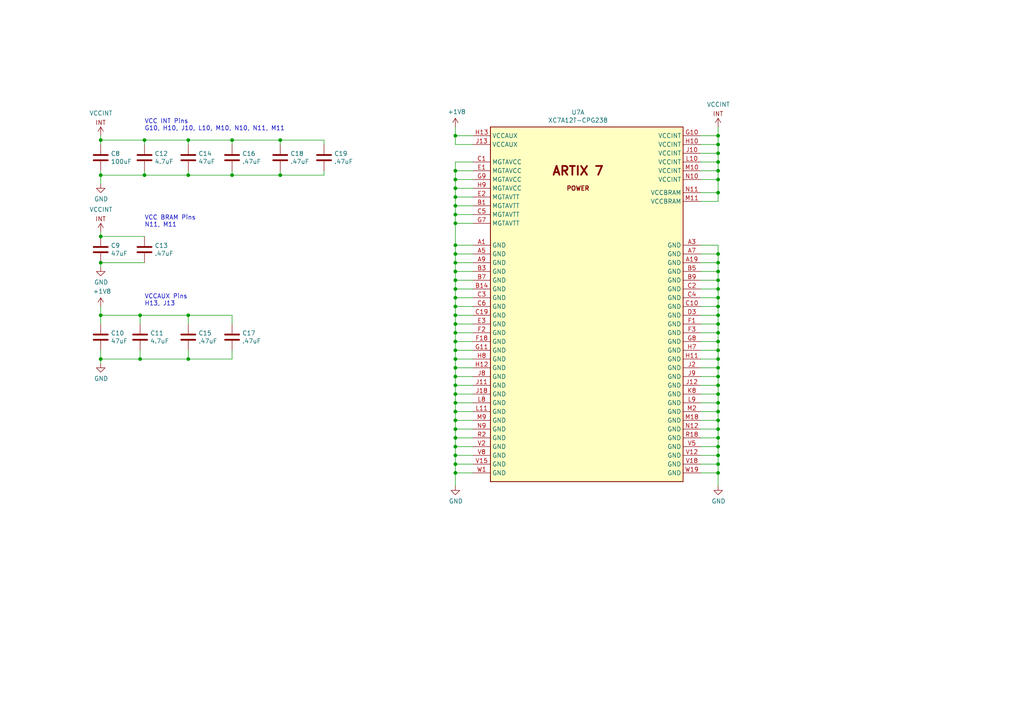
<source format=kicad_sch>
(kicad_sch (version 20230121) (generator eeschema)
  (paper "A4")
  (title_block (title "FOBOS Artix-7 a12t DUT - FPGA Power") (rev "1.0") (company "Cryptographic Engineering Research Group") (comment 1 "License: Apache License Version 2.0") (comment 2 "Copyright © Cryptographic Engineering Research Group") (comment 3 "Author: Jens-Peter Kaps, Eddie Ferrufino") (comment 4 "Project: FOBOS Artix-7 a12t DUT"))
  (lib_symbols
    (symbol "Device:C" (pin_numbers hide) (pin_names (offset 0.254))
      (property "Reference" "C" (at 0.635 2.54 0))
      (property "Value" "C" (at 0.635 -2.54 0))
      (symbol "C_0_1"
        (polyline (pts (xy -2.032 -0.762) (xy 2.032 -0.762)) (stroke (width 0.508)))
        (polyline (pts (xy -2.032 0.762) (xy 2.032 0.762)) (stroke (width 0.508)))
      )
      (symbol "C_1_1"
        (pin passive line (at 0 3.81 270) (length 2.794) (name "~") (number "1"))
        (pin passive line (at 0 -3.81 90) (length 2.794) (name "~") (number "2"))
      )
    )
    (symbol "cerg:VCCINT" (power) (pin_names (offset 0))
      (property "Value" "VCCINT" (at -2.54 3.81 90))
      (symbol "VCCINT_0_0"
        (text "INT" (at 0 3.81 0) (effects (font (size 1.27 1.27))))
      )
      (symbol "VCCINT_0_1"
        (polyline (pts (xy -0.762 1.27) (xy 0 2.54)))
        (polyline (pts (xy 0 0) (xy 0 2.54)))
        (polyline (pts (xy 0 2.54) (xy 0.762 1.27)))
      )
      (symbol "VCCINT_1_1"
        (pin power_in line (at 0 0 90) (length 0) hide (name "VCCINT") (number "1"))
      )
    )
    (symbol "cerg:XC7A12T-CPG238"
      (property "Reference" "U" (at 5.08 7.62 0))
      (property "Value" "XC7A12T-CPG238" (at 5.08 5.08 0))
      (symbol "XC7A12T-CPG238_1_0"
        (text "ARTIX 7" (at 30.48 -10.16 0) (effects (font (size 2.54 2.54) bold)))
        (text "POWER" (at 30.48 -15.24 0) (effects (font (size 1.27 1.27) bold)))
        (pin power_in line (at 0 -31.75 0) (length 5.08) (name "GND") (number "A1"))
        (pin power_in line (at 66.04 -36.83 180) (length 5.08) (name "GND") (number "A19"))
        (pin power_in line (at 66.04 -31.75 180) (length 5.08) (name "GND") (number "A3"))
        (pin power_in line (at 0 -34.29 0) (length 5.08) (name "GND") (number "A5"))
        (pin power_in line (at 66.04 -34.29 180) (length 5.08) (name "GND") (number "A7"))
        (pin power_in line (at 0 -36.83 0) (length 5.08) (name "GND") (number "A9"))
        (pin bidirectional line (at 0 -20.32 0) (length 5.08) (name "MGTAVTT") (number "B1"))
        (pin power_in line (at 0 -44.45 0) (length 5.08) (name "GND") (number "B14"))
        (pin power_in line (at 0 -39.37 0) (length 5.08) (name "GND") (number "B3"))
        (pin power_in line (at 66.04 -39.37 180) (length 5.08) (name "GND") (number "B5"))
        (pin power_in line (at 0 -41.91 0) (length 5.08) (name "GND") (number "B7"))
        (pin power_in line (at 66.04 -41.91 180) (length 5.08) (name "GND") (number "B9"))
        (pin power_in line (at 0 -7.62 0) (length 5.08) (name "MGTAVCC") (number "C1"))
        (pin power_in line (at 66.04 -49.53 180) (length 5.08) (name "GND") (number "C10"))
        (pin power_in line (at 0 -52.07 0) (length 5.08) (name "GND") (number "C19"))
        (pin power_in line (at 66.04 -44.45 180) (length 5.08) (name "GND") (number "C2"))
        (pin power_in line (at 0 -46.99 0) (length 5.08) (name "GND") (number "C3"))
        (pin power_in line (at 66.04 -46.99 180) (length 5.08) (name "GND") (number "C4"))
        (pin bidirectional line (at 0 -22.86 0) (length 5.08) (name "MGTAVTT") (number "C5"))
        (pin power_in line (at 0 -49.53 0) (length 5.08) (name "GND") (number "C6"))
        (pin power_in line (at 66.04 -52.07 180) (length 5.08) (name "GND") (number "D3"))
        (pin power_in line (at 0 -10.16 0) (length 5.08) (name "MGTAVCC") (number "E1"))
        (pin bidirectional line (at 0 -17.78 0) (length 5.08) (name "MGTAVTT") (number "E2"))
        (pin power_in line (at 0 -54.61 0) (length 5.08) (name "GND") (number "E3"))
        (pin power_in line (at 66.04 -54.61 180) (length 5.08) (name "GND") (number "F1"))
        (pin power_in line (at 0 -59.69 0) (length 5.08) (name "GND") (number "F18"))
        (pin power_in line (at 0 -57.15 0) (length 5.08) (name "GND") (number "F2"))
        (pin power_in line (at 66.04 -57.15 180) (length 5.08) (name "GND") (number "F3"))
        (pin power_in line (at 66.04 0 180) (length 5.08) (name "VCCINT") (number "G10"))
        (pin power_in line (at 0 -62.23 0) (length 5.08) (name "GND") (number "G11"))
        (pin bidirectional line (at 0 -25.4 0) (length 5.08) (name "MGTAVTT") (number "G7"))
        (pin power_in line (at 66.04 -59.69 180) (length 5.08) (name "GND") (number "G8"))
        (pin power_in line (at 0 -12.7 0) (length 5.08) (name "MGTAVCC") (number "G9"))
        (pin power_in line (at 66.04 -2.54 180) (length 5.08) (name "VCCINT") (number "H10"))
        (pin power_in line (at 66.04 -64.77 180) (length 5.08) (name "GND") (number "H11"))
        (pin power_in line (at 0 -67.31 0) (length 5.08) (name "GND") (number "H12"))
        (pin power_in line (at 0 0 0) (length 5.08) (name "VCCAUX") (number "H13"))
        (pin power_in line (at 66.04 -62.23 180) (length 5.08) (name "GND") (number "H7"))
        (pin power_in line (at 0 -64.77 0) (length 5.08) (name "GND") (number "H8"))
        (pin power_in line (at 0 -15.24 0) (length 5.08) (name "MGTAVCC") (number "H9"))
        (pin power_in line (at 66.04 -5.08 180) (length 5.08) (name "VCCINT") (number "J10"))
        (pin power_in line (at 0 -72.39 0) (length 5.08) (name "GND") (number "J11"))
        (pin power_in line (at 66.04 -72.39 180) (length 5.08) (name "GND") (number "J12"))
        (pin power_in line (at 0 -2.54 0) (length 5.08) (name "VCCAUX") (number "J13"))
        (pin power_in line (at 0 -74.93 0) (length 5.08) (name "GND") (number "J18"))
        (pin power_in line (at 66.04 -67.31 180) (length 5.08) (name "GND") (number "J2"))
        (pin power_in line (at 0 -69.85 0) (length 5.08) (name "GND") (number "J8"))
        (pin power_in line (at 66.04 -69.85 180) (length 5.08) (name "GND") (number "J9"))
        (pin power_in line (at 66.04 -74.93 180) (length 5.08) (name "GND") (number "K8"))
        (pin power_in line (at 66.04 -7.62 180) (length 5.08) (name "VCCINT") (number "L10"))
        (pin power_in line (at 0 -80.01 0) (length 5.08) (name "GND") (number "L11"))
        (pin power_in line (at 0 -77.47 0) (length 5.08) (name "GND") (number "L8"))
        (pin power_in line (at 66.04 -77.47 180) (length 5.08) (name "GND") (number "L9"))
        (pin power_in line (at 66.04 -10.16 180) (length 5.08) (name "VCCINT") (number "M10"))
        (pin power_in line (at 66.04 -19.05 180) (length 5.08) (name "VCCBRAM") (number "M11"))
        (pin power_in line (at 66.04 -82.55 180) (length 5.08) (name "GND") (number "M18"))
        (pin power_in line (at 66.04 -80.01 180) (length 5.08) (name "GND") (number "M2"))
        (pin power_in line (at 0 -82.55 0) (length 5.08) (name "GND") (number "M9"))
        (pin power_in line (at 66.04 -12.7 180) (length 5.08) (name "VCCINT") (number "N10"))
        (pin power_in line (at 66.04 -16.51 180) (length 5.08) (name "VCCBRAM") (number "N11"))
        (pin power_in line (at 66.04 -85.09 180) (length 5.08) (name "GND") (number "N12"))
        (pin power_in line (at 0 -85.09 0) (length 5.08) (name "GND") (number "N9"))
        (pin power_in line (at 66.04 -87.63 180) (length 5.08) (name "GND") (number "R18"))
        (pin power_in line (at 0 -87.63 0) (length 5.08) (name "GND") (number "R2"))
        (pin power_in line (at 66.04 -92.71 180) (length 5.08) (name "GND") (number "V12"))
        (pin power_in line (at 0 -95.25 0) (length 5.08) (name "GND") (number "V15"))
        (pin power_in line (at 66.04 -95.25 180) (length 5.08) (name "GND") (number "V18"))
        (pin power_in line (at 0 -90.17 0) (length 5.08) (name "GND") (number "V2"))
        (pin power_in line (at 66.04 -90.17 180) (length 5.08) (name "GND") (number "V5"))
        (pin power_in line (at 0 -92.71 0) (length 5.08) (name "GND") (number "V8"))
        (pin power_in line (at 0 -97.79 0) (length 5.08) (name "GND") (number "W1"))
        (pin power_in line (at 66.04 -97.79 180) (length 5.08) (name "GND") (number "W19"))
      )
      (symbol "XC7A12T-CPG238_1_1"
        (rectangle (start 5.08 -100.33) (end 60.96 2.54) (stroke (width 0.254)) (fill (type background)))
      )
      (symbol "XC7A12T-CPG238_2_0"
        (text "ARTIX 7" (at 53.34 -10.16 0) (effects (font (size 2.54 2.54) bold) (justify right)))
        (text "BANK 0" (at 53.34 -15.24 0) (effects (font (size 1.27 1.27) bold) (justify right)))
        (pin bidirectional line (at 0 -50.8 0) (length 5.08) (name "DXP_0") (number "A11"))
        (pin bidirectional line (at 0 -40.64 0) (length 5.08) (name "VP_0") (number "A12"))
        (pin bidirectional line (at 0 -43.18 0) (length 5.08) (name "VREFN_0") (number "A13"))
        (pin bidirectional line (at 0 -48.26 0) (length 5.08) (name "DXN_0") (number "B11"))
        (pin bidirectional line (at 0 -45.72 0) (length 5.08) (name "VREFP_0") (number "B12"))
        (pin bidirectional line (at 0 -38.1 0) (length 5.08) (name "VN_0") (number "B13"))
        (pin bidirectional line (at 0 -2.54 0) (length 5.08) (name "CCLK_0") (number "C11"))
        (pin power_in line (at 45.72 -57.15 90) (length 5.08) (name "GNDADC_0") (number "C12"))
        (pin power_in line (at 45.72 7.62 270) (length 5.08) (name "VCCADC_0") (number "C13"))
        (pin bidirectional line (at 0 -27.94 0) (length 5.08) (name "TCK_0") (number "C8"))
        (pin power_in line (at 48.26 7.62 270) (length 5.08) (name "VCCBATT_0") (number "C9"))
        (pin power_in line (at 50.8 7.62 270) (length 5.08) (name "VCCO_0") (number "G12"))
        (pin bidirectional line (at 0 -12.7 0) (length 5.08) (name "PROGRAM_B_0") (number "U10"))
        (pin bidirectional line (at 0 -7.62 0) (length 5.08) (name "DONE_0") (number "U11"))
        (pin bidirectional line (at 0 -5.08 0) (length 5.08) (name "CFGBVS_0") (number "U12"))
        (pin bidirectional line (at 0 -22.86 0) (length 5.08) (name "M2_0") (number "U13"))
        (pin bidirectional line (at 0 -33.02 0) (length 5.08) (name "TDO_0") (number "V10"))
        (pin power_in line (at 53.34 7.62 270) (length 5.08) (name "VCCO_0") (number "V11"))
        (pin bidirectional line (at 0 -17.78 0) (length 5.08) (name "M0_0") (number "V13"))
        (pin bidirectional line (at 0 -35.56 0) (length 5.08) (name "TMS_0") (number "W10"))
        (pin bidirectional line (at 0 -30.48 0) (length 5.08) (name "TDI_0") (number "W11"))
        (pin bidirectional line (at 0 -10.16 0) (length 5.08) (name "INIT_B_0") (number "W12"))
        (pin bidirectional line (at 0 -20.32 0) (length 5.08) (name "M1_0") (number "W13"))
      )
      (symbol "XC7A12T-CPG238_2_1"
        (rectangle (start 5.08 -52.07) (end 55.88 2.54) (stroke (width 0.254)) (fill (type background)))
      )
      (symbol "XC7A12T-CPG238_3_0"
        (rectangle (start 5.08 2.54) (end 55.88 -127) (stroke (width 0.254)) (fill (type background)))
        (text "ARTIX 7" (at 53.34 -10.16 0) (effects (font (size 2.54 2.54) bold) (justify right)))
        (text "BANK 14" (at 53.34 -15.24 0) (effects (font (size 1.27 1.27) bold) (justify right)))
        (pin bidirectional line (at 0 0 0) (length 5.08) (name "IO_0_14") (number "D17"))
        (pin bidirectional line (at 0 -2.54 0) (length 5.08) (name "IO_L1P_T0_D00_MOSI_14") (number "D18"))
        (pin bidirectional line (at 0 -5.08 0) (length 5.08) (name "IO_L1N_T0_D01_DIN_14") (number "D19"))
        (pin bidirectional line (at 0 -12.7 0) (length 5.08) (name "IO_L3P_T0_DQS_PUDC_B_14") (number "E17"))
        (pin bidirectional line (at 0 -15.24 0) (length 5.08) (name "IO_L3N_T0_DQS_EMCCLK_14") (number "E18"))
        (pin bidirectional line (at 0 -7.62 0) (length 5.08) (name "IO_L2P_T0_D02_14") (number "E19"))
        (pin bidirectional line (at 0 -22.86 0) (length 5.08) (name "IO_L5P_T0_D06_14") (number "F17"))
        (pin bidirectional line (at 0 -10.16 0) (length 5.08) (name "IO_L2N_T0_D03_14") (number "F19"))
        (pin bidirectional line (at 0 -25.4 0) (length 5.08) (name "IO_L5N_T0_D07_14") (number "G17"))
        (pin bidirectional line (at 0 -17.78 0) (length 5.08) (name "IO_L4P_T0_D04_14") (number "G18"))
        (pin bidirectional line (at 0 -27.94 0) (length 5.08) (name "IO_L6P_T0_FCS_B_14") (number "G19"))
        (pin bidirectional line (at 0 -33.02 0) (length 5.08) (name "IO_L7P_T1_D09_14") (number "H17"))
        (pin bidirectional line (at 0 -20.32 0) (length 5.08) (name "IO_L4N_T0_D05_14") (number "H18"))
        (pin bidirectional line (at 0 -30.48 0) (length 5.08) (name "IO_L6N_T0_D08_VREF_14") (number "H19"))
        (pin bidirectional line (at 0 -35.56 0) (length 5.08) (name "IO_L7N_T1_D10_14") (number "J17"))
        (pin bidirectional line (at 0 -38.1 0) (length 5.08) (name "IO_L8P_T1_D11_14") (number "J19"))
        (pin power_in line (at 38.1 7.62 270) (length 5.08) (name "VCCO_14") (number "K12"))
        (pin power_in line (at 40.64 7.62 270) (length 5.08) (name "VCCO_14") (number "K13"))
        (pin bidirectional line (at 0 -58.42 0) (length 5.08) (name "IO_L12P_T1_MRCC_14") (number "K17"))
        (pin bidirectional line (at 0 -53.34 0) (length 5.08) (name "IO_L11P_T1_SRCC_14") (number "K18"))
        (pin bidirectional line (at 0 -40.64 0) (length 5.08) (name "IO_L8N_T1_D12_14") (number "K19"))
        (pin power_in line (at 43.18 7.62 270) (length 5.08) (name "VCCO_14") (number "L12"))
        (pin power_in line (at 45.72 7.62 270) (length 5.08) (name "VCCO_14") (number "L13"))
        (pin bidirectional line (at 0 -60.96 0) (length 5.08) (name "IO_L12N_T1_MRCC_14") (number "L17"))
        (pin bidirectional line (at 0 -55.88 0) (length 5.08) (name "IO_L11N_T1_SRCC_14") (number "L18"))
        (pin bidirectional line (at 0 -43.18 0) (length 5.08) (name "IO_L9P_T1_DQS_14") (number "L19"))
        (pin power_in line (at 48.26 7.62 270) (length 5.08) (name "VCCO_14") (number "M12"))
        (pin power_in line (at 50.8 7.62 270) (length 5.08) (name "VCCO_14") (number "M13"))
        (pin bidirectional line (at 0 -48.26 0) (length 5.08) (name "IO_L10P_T1_D14_14") (number "M17"))
        (pin bidirectional line (at 0 -45.72 0) (length 5.08) (name "IO_L9N_T1_DQS_D13_14") (number "M19"))
        (pin power_in line (at 53.34 7.62 270) (length 5.08) (name "VCCO_14") (number "N13"))
        (pin bidirectional line (at 0 -68.58 0) (length 5.08) (name "IO_L14P_T2_SRCC_14") (number "N17"))
        (pin bidirectional line (at 0 -50.8 0) (length 5.08) (name "IO_L10N_T1_D15_14") (number "N18"))
        (pin bidirectional line (at 0 -63.5 0) (length 5.08) (name "IO_L13P_T2_MRCC_14") (number "N19"))
        (pin bidirectional line (at 0 -83.82 0) (length 5.08) (name "IO_L17P_T2_A14_D30_14") (number "P17"))
        (pin bidirectional line (at 0 -71.12 0) (length 5.08) (name "IO_L14N_T2_SRCC_14") (number "P18"))
        (pin bidirectional line (at 0 -66.04 0) (length 5.08) (name "IO_L13N_T2_MRCC_14") (number "P19"))
        (pin bidirectional line (at 0 -86.36 0) (length 5.08) (name "IO_L17N_T2_A13_D29_14") (number "R17"))
        (pin bidirectional line (at 0 -73.66 0) (length 5.08) (name "IO_L15P_T2_DQS_RDWR_B_14") (number "R19"))
        (pin bidirectional line (at 0 -88.9 0) (length 5.08) (name "IO_L18P_T2_A12_D28_14") (number "T17"))
        (pin bidirectional line (at 0 -91.44 0) (length 5.08) (name "IO_L18N_T2_A11_D27_14") (number "T18"))
        (pin bidirectional line (at 0 -76.2 0) (length 5.08) (name "IO_L15N_T2_DQS_DOUT_CSO_B_14") (number "T19"))
        (pin bidirectional line (at 0 -124.46 0) (length 5.08) (name "IO_25_14") (number "U14"))
        (pin bidirectional line (at 0 -109.22 0) (length 5.08) (name "IO_L22P_T3_A05_D21_14") (number "U15"))
        (pin bidirectional line (at 0 -111.76 0) (length 5.08) (name "IO_L22N_T3_A04_D20_14") (number "U16"))
        (pin bidirectional line (at 0 -93.98 0) (length 5.08) (name "IO_L19P_T3_A10_D26_14") (number "U17"))
        (pin bidirectional line (at 0 -96.52 0) (length 5.08) (name "IO_L19N_T3_A09_D25_VREF_14") (number "U18"))
        (pin bidirectional line (at 0 -78.74 0) (length 5.08) (name "IO_L16P_T2_CSI_B_14") (number "U19"))
        (pin bidirectional line (at 0 -114.3 0) (length 5.08) (name "IO_L23P_T3_A03_D19_14") (number "V14"))
        (pin bidirectional line (at 0 -104.14 0) (length 5.08) (name "IO_L21P_T3_DQS_14") (number "V16"))
        (pin bidirectional line (at 0 -106.68 0) (length 5.08) (name "IO_L21N_T3_DQS_A06_D22_14") (number "V17"))
        (pin bidirectional line (at 0 -81.28 0) (length 5.08) (name "IO_L16N_T2_A15_D31_14") (number "V19"))
        (pin bidirectional line (at 0 -116.84 0) (length 5.08) (name "IO_L23N_T3_A02_D18_14") (number "W14"))
        (pin bidirectional line (at 0 -119.38 0) (length 5.08) (name "IO_L24P_T3_A01_D17_14") (number "W15"))
        (pin bidirectional line (at 0 -121.92 0) (length 5.08) (name "IO_L24N_T3_A00_D16_14") (number "W16"))
        (pin bidirectional line (at 0 -99.06 0) (length 5.08) (name "IO_L20P_T3_A08_D24_14") (number "W17"))
        (pin bidirectional line (at 0 -101.6 0) (length 5.08) (name "IO_L20N_T3_A07_D23_14") (number "W18"))
      )
      (symbol "XC7A12T-CPG238_4_0"
        (rectangle (start 5.08 2.54) (end 55.88 -30.48) (stroke (width 0.254)) (fill (type background)))
        (text "ARTIX 7" (at 53.34 -10.16 0) (effects (font (size 2.54 2.54) bold) (justify right)))
        (text "BANK 15" (at 53.34 -15.24 0) (effects (font (size 1.27 1.27) bold) (justify right)))
        (pin bidirectional line (at 0 -2.54 0) (length 5.08) (name "IO_L10P_T1_AD4P_15") (number "A14"))
        (pin bidirectional line (at 0 -5.08 0) (length 5.08) (name "IO_L10N_T1_AD4N_15") (number "A15"))
        (pin bidirectional line (at 0 -10.16 0) (length 5.08) (name "IO_L11N_T1_SRCC_AD12N_15") (number "A16"))
        (pin bidirectional line (at 0 0 0) (length 5.08) (name "IO_L6N_T0_VREF_15") (number "A17"))
        (pin bidirectional line (at 0 -25.4 0) (length 5.08) (name "IO_L14N_T2_SRCC_15") (number "A18"))
        (pin bidirectional line (at 0 -15.24 0) (length 5.08) (name "IO_L12N_T1_MRCC_AD5N_15") (number "B15"))
        (pin bidirectional line (at 0 -7.62 0) (length 5.08) (name "IO_L11P_T1_SRCC_AD12P_15") (number "B16"))
        (pin bidirectional line (at 0 -20.32 0) (length 5.08) (name "IO_L13N_T2_MRCC_15") (number "B17"))
        (pin bidirectional line (at 0 -22.86 0) (length 5.08) (name "IO_L14P_T2_SRCC_15") (number "B18"))
        (pin power_in line (at 45.72 7.62 270) (length 5.08) (name "VCCO_15") (number "B19"))
        (pin power_in line (at 48.26 7.62 270) (length 5.08) (name "VCCO_15") (number "C14"))
        (pin bidirectional line (at 0 -12.7 0) (length 5.08) (name "IO_L12P_T1_MRCC_AD5P_15") (number "C15"))
        (pin bidirectional line (at 0 -17.78 0) (length 5.08) (name "IO_L13P_T2_MRCC_15") (number "C16"))
        (pin bidirectional line (at 0 -27.94 0) (length 5.08) (name "IO_L19N_T3_A21_VREF_15") (number "C17"))
        (pin power_in line (at 50.8 7.62 270) (length 5.08) (name "VCCO_15") (number "C18"))
        (pin power_in line (at 53.34 7.62 270) (length 5.08) (name "VCCO_15") (number "G13"))
      )
      (symbol "XC7A12T-CPG238_5_0"
        (rectangle (start 5.08 2.54) (end 55.88 -127) (stroke (width 0.254)) (fill (type background)))
        (text "ARTIX 7" (at 53.34 -10.16 0) (effects (font (size 2.54 2.54) bold) (justify right)))
        (text "BANK 34" (at 53.34 -15.24 0) (effects (font (size 1.27 1.27) bold) (justify right)))
        (pin bidirectional line (at 0 -5.08 0) (length 5.08) (name "IO_L1N_T0_34") (number "G1"))
        (pin bidirectional line (at 0 -2.54 0) (length 5.08) (name "IO_L1P_T0_34") (number "G2"))
        (pin bidirectional line (at 0 0 0) (length 5.08) (name "IO_0_34") (number "G3"))
        (pin bidirectional line (at 0 -12.7 0) (length 5.08) (name "IO_L3P_T0_DQS_34") (number "H1"))
        (pin bidirectional line (at 0 -10.16 0) (length 5.08) (name "IO_L2N_T0_34") (number "H2"))
        (pin bidirectional line (at 0 -7.62 0) (length 5.08) (name "IO_L2P_T0_34") (number "H3"))
        (pin bidirectional line (at 0 -15.24 0) (length 5.08) (name "IO_L3N_T0_DQS_34") (number "J1"))
        (pin bidirectional line (at 0 -22.86 0) (length 5.08) (name "IO_L5P_T0_34") (number "J3"))
        (pin power_in line (at 38.1 7.62 270) (length 5.08) (name "VCCO_34") (number "J7"))
        (pin bidirectional line (at 0 -20.32 0) (length 5.08) (name "IO_L4N_T0_34") (number "K1"))
        (pin bidirectional line (at 0 -17.78 0) (length 5.08) (name "IO_L4P_T0_34") (number "K2"))
        (pin bidirectional line (at 0 -25.4 0) (length 5.08) (name "IO_L5N_T0_34") (number "K3"))
        (pin power_in line (at 40.64 7.62 270) (length 5.08) (name "VCCO_34") (number "K7"))
        (pin bidirectional line (at 0 -33.02 0) (length 5.08) (name "IO_L7P_T1_34") (number "L1"))
        (pin bidirectional line (at 0 -30.48 0) (length 5.08) (name "IO_L6N_T0_VREF_34") (number "L2"))
        (pin bidirectional line (at 0 -27.94 0) (length 5.08) (name "IO_L6P_T0_34") (number "L3"))
        (pin power_in line (at 43.18 7.62 270) (length 5.08) (name "VCCO_34") (number "L7"))
        (pin bidirectional line (at 0 -35.56 0) (length 5.08) (name "IO_L7N_T1_34") (number "M1"))
        (pin bidirectional line (at 0 -48.26 0) (length 5.08) (name "IO_L10P_T1_34") (number "M3"))
        (pin power_in line (at 45.72 7.62 270) (length 5.08) (name "VCCO_34") (number "M7"))
        (pin power_in line (at 48.26 7.62 270) (length 5.08) (name "VCCO_34") (number "M8"))
        (pin bidirectional line (at 0 -43.18 0) (length 5.08) (name "IO_L9P_T1_DQS_34") (number "N1"))
        (pin bidirectional line (at 0 -38.1 0) (length 5.08) (name "IO_L8P_T1_34") (number "N2"))
        (pin bidirectional line (at 0 -50.8 0) (length 5.08) (name "IO_L10N_T1_34") (number "N3"))
        (pin power_in line (at 50.8 7.62 270) (length 5.08) (name "VCCO_34") (number "N7"))
        (pin power_in line (at 53.34 7.62 270) (length 5.08) (name "VCCO_34") (number "N8"))
        (pin bidirectional line (at 0 -45.72 0) (length 5.08) (name "IO_L9N_T1_DQS_34") (number "P1"))
        (pin bidirectional line (at 0 -40.64 0) (length 5.08) (name "IO_L8N_T1_34") (number "P2"))
        (pin bidirectional line (at 0 -58.42 0) (length 5.08) (name "IO_L12P_T1_MRCC_34") (number "P3"))
        (pin bidirectional line (at 0 -53.34 0) (length 5.08) (name "IO_L11P_T1_SRCC_34") (number "R1"))
        (pin bidirectional line (at 0 -60.96 0) (length 5.08) (name "IO_L12N_T1_MRCC_34") (number "R3"))
        (pin bidirectional line (at 0 -55.88 0) (length 5.08) (name "IO_L11N_T1_SRCC_34") (number "T1"))
        (pin bidirectional line (at 0 -66.04 0) (length 5.08) (name "IO_L13N_T2_MRCC_34") (number "T2"))
        (pin bidirectional line (at 0 -63.5 0) (length 5.08) (name "IO_L13P_T2_MRCC_34") (number "T3"))
        (pin bidirectional line (at 0 -68.58 0) (length 5.08) (name "IO_L14P_T2_SRCC_34") (number "U1"))
        (pin bidirectional line (at 0 -76.2 0) (length 5.08) (name "IO_L15N_T2_DQS_34") (number "U2"))
        (pin bidirectional line (at 0 -73.66 0) (length 5.08) (name "IO_L15P_T2_DQS_34") (number "U3"))
        (pin bidirectional line (at 0 -78.74 0) (length 5.08) (name "IO_L16P_T2_34") (number "U4"))
        (pin bidirectional line (at 0 -96.52 0) (length 5.08) (name "IO_L19N_T3_VREF_34") (number "U5"))
        (pin bidirectional line (at 0 -93.98 0) (length 5.08) (name "IO_L19P_T3_34") (number "U6"))
        (pin bidirectional line (at 0 -104.14 0) (length 5.08) (name "IO_L21P_T3_DQS_34") (number "U7"))
        (pin bidirectional line (at 0 -111.76 0) (length 5.08) (name "IO_L22N_T3_34") (number "U8"))
        (pin bidirectional line (at 0 -109.22 0) (length 5.08) (name "IO_L22P_T3_34") (number "U9"))
        (pin bidirectional line (at 0 -71.12 0) (length 5.08) (name "IO_L14N_T2_SRCC_34") (number "V1"))
        (pin bidirectional line (at 0 -81.28 0) (length 5.08) (name "IO_L16N_T2_34") (number "V3"))
        (pin bidirectional line (at 0 -83.82 0) (length 5.08) (name "IO_L17P_T2_34") (number "V4"))
        (pin bidirectional line (at 0 -106.68 0) (length 5.08) (name "IO_L21N_T3_DQS_34") (number "V6"))
        (pin bidirectional line (at 0 -119.38 0) (length 5.08) (name "IO_L24P_T3_34") (number "V7"))
        (pin bidirectional line (at 0 -124.46 0) (length 5.08) (name "IO_25_34") (number "V9"))
        (pin bidirectional line (at 0 -91.44 0) (length 5.08) (name "IO_L18N_T2_34") (number "W2"))
        (pin bidirectional line (at 0 -88.9 0) (length 5.08) (name "IO_L18P_T2_34") (number "W3"))
        (pin bidirectional line (at 0 -86.36 0) (length 5.08) (name "IO_L17N_T2_34") (number "W4"))
        (pin bidirectional line (at 0 -101.6 0) (length 5.08) (name "IO_L20N_T3_34") (number "W5"))
        (pin bidirectional line (at 0 -99.06 0) (length 5.08) (name "IO_L20P_T3_34") (number "W6"))
        (pin bidirectional line (at 0 -121.92 0) (length 5.08) (name "IO_L24N_T3_34") (number "W7"))
        (pin bidirectional line (at 0 -116.84 0) (length 5.08) (name "IO_L23N_T3_34") (number "W8"))
        (pin bidirectional line (at 0 -114.3 0) (length 5.08) (name "IO_L23P_T3_34") (number "W9"))
      )
      (symbol "XC7A12T-CPG238_6_0"
        (rectangle (start 5.08 2.54) (end 55.88 -33.02) (stroke (width 0.254)) (fill (type background)))
        (text "ARTIX 7" (at 53.34 -10.16 0) (effects (font (size 2.54 2.54) bold) (justify right)))
        (text "BANK 216" (at 53.34 -15.24 0) (effects (font (size 1.27 1.27) bold) (justify right)))
        (pin bidirectional line (at 0 -25.4 0) (length 5.08) (name "MGTREFCLK1N_216") (number "A10"))
        (pin bidirectional line (at 0 -12.7 0) (length 5.08) (name "MGTPTXN1_216") (number "A2"))
        (pin bidirectional line (at 0 0 0) (length 5.08) (name "MGTPRXN0_216") (number "A4"))
        (pin bidirectional line (at 0 -2.54 0) (length 5.08) (name "MGTPRXN1_216") (number "A6"))
        (pin bidirectional line (at 0 -20.32 0) (length 5.08) (name "MGTREFCLK0N_216") (number "A8"))
        (pin bidirectional line (at 0 -27.94 0) (length 5.08) (name "MGTREFCLK1P_216") (number "B10"))
        (pin bidirectional line (at 0 -17.78 0) (length 5.08) (name "MGTPTXP1_216") (number "B2"))
        (pin bidirectional line (at 0 -5.08 0) (length 5.08) (name "MGTPRXP0_216") (number "B4"))
        (pin bidirectional line (at 0 -7.62 0) (length 5.08) (name "MGTPRXP1_216") (number "B6"))
        (pin bidirectional line (at 0 -22.86 0) (length 5.08) (name "MGTREFCLK0P_216") (number "B8"))
        (pin bidirectional line (at 0 -30.48 0) (length 5.08) (name "MGTRREF_216") (number "C7"))
        (pin bidirectional line (at 0 -10.16 0) (length 5.08) (name "MGTPTXN0_216") (number "D1"))
        (pin bidirectional line (at 0 -15.24 0) (length 5.08) (name "MGTPTXP0_216") (number "D2"))
      )
    )
    (symbol "power:+1V8" (power) (pin_names (offset 0))
      (property "Value" "+1V8" (at 0 3.556 0))
      (symbol "+1V8_0_1"
        (polyline (pts (xy -0.762 1.27) (xy 0 2.54)))
        (polyline (pts (xy 0 0) (xy 0 2.54)))
        (polyline (pts (xy 0 2.54) (xy 0.762 1.27)))
      )
      (symbol "+1V8_1_1"
        (pin power_in line (at 0 0 90) (length 0) hide (name "+1V8") (number "1"))
      )
    )
    (symbol "power:GND" (power) (pin_names (offset 0))
      (property "Value" "GND" (at 0 -3.81 0))
      (symbol "GND_0_1"
        (polyline (pts (xy 0 0) (xy 0 -1.27) (xy 1.27 -1.27) (xy 0 -2.54) (xy -1.27 -1.27) (xy 0 -1.27)))
      )
      (symbol "GND_1_1"
        (pin power_in line (at 0 0 270) (length 0) hide (name "GND") (number "1"))
      )
    )
  )
  (junction (at 132.08 109.22))
  (junction (at 29.21 104.14))
  (junction (at 208.28 121.92))
  (junction (at 132.08 134.62))
  (junction (at 54.61 91.44))
  (junction (at 132.08 54.61))
  (junction (at 132.08 73.66))
  (junction (at 132.08 106.68))
  (junction (at 132.08 57.15))
  (junction (at 132.08 127))
  (junction (at 208.28 78.74))
  (junction (at 132.08 93.98))
  (junction (at 208.28 83.82))
  (junction (at 67.31 40.64))
  (junction (at 29.21 50.8))
  (junction (at 208.28 124.46))
  (junction (at 132.08 116.84))
  (junction (at 208.28 55.88))
  (junction (at 132.08 81.28))
  (junction (at 208.28 91.44))
  (junction (at 208.28 93.98))
  (junction (at 208.28 119.38))
  (junction (at 208.28 81.28))
  (junction (at 208.28 101.6))
  (junction (at 132.08 101.6))
  (junction (at 81.28 40.64))
  (junction (at 132.08 86.36))
  (junction (at 132.08 99.06))
  (junction (at 54.61 50.8))
  (junction (at 208.28 109.22))
  (junction (at 67.31 50.8))
  (junction (at 208.28 49.53))
  (junction (at 132.08 49.53))
  (junction (at 29.21 68.58))
  (junction (at 29.21 40.64))
  (junction (at 132.08 111.76))
  (junction (at 208.28 99.06))
  (junction (at 54.61 104.14))
  (junction (at 208.28 129.54))
  (junction (at 41.91 50.8))
  (junction (at 132.08 59.69))
  (junction (at 208.28 41.91))
  (junction (at 132.08 91.44))
  (junction (at 132.08 62.23))
  (junction (at 41.91 40.64))
  (junction (at 132.08 76.2))
  (junction (at 208.28 86.36))
  (junction (at 132.08 88.9))
  (junction (at 208.28 116.84))
  (junction (at 40.64 91.44))
  (junction (at 208.28 44.45))
  (junction (at 132.08 119.38))
  (junction (at 29.21 76.2))
  (junction (at 132.08 78.74))
  (junction (at 132.08 124.46))
  (junction (at 29.21 91.44))
  (junction (at 132.08 96.52))
  (junction (at 208.28 137.16))
  (junction (at 208.28 132.08))
  (junction (at 208.28 88.9))
  (junction (at 132.08 129.54))
  (junction (at 208.28 114.3))
  (junction (at 132.08 71.12))
  (junction (at 132.08 121.92))
  (junction (at 132.08 114.3))
  (junction (at 132.08 104.14))
  (junction (at 40.64 104.14))
  (junction (at 54.61 40.64))
  (junction (at 208.28 111.76))
  (junction (at 81.28 50.8))
  (junction (at 208.28 73.66))
  (junction (at 208.28 46.99))
  (junction (at 208.28 104.14))
  (junction (at 208.28 134.62))
  (junction (at 208.28 96.52))
  (junction (at 208.28 106.68))
  (junction (at 208.28 52.07))
  (junction (at 132.08 83.82))
  (junction (at 132.08 64.77))
  (junction (at 208.28 39.37))
  (junction (at 208.28 127))
  (junction (at 132.08 137.16))
  (junction (at 208.28 76.2))
  (junction (at 132.08 52.07))
  (junction (at 132.08 132.08))
  (junction (at 132.08 39.37))
  (wire (pts (xy 132.08 71.12) (xy 132.08 73.66)))
  (wire (pts (xy 41.91 76.2) (xy 29.21 76.2)))
  (wire (pts (xy 40.64 91.44) (xy 29.21 91.44)))
  (wire (pts (xy 93.98 50.8) (xy 81.28 50.8)))
  (wire (pts (xy 132.08 49.53) (xy 132.08 52.07)))
  (wire (pts (xy 137.16 106.68) (xy 132.08 106.68)))
  (wire (pts (xy 208.28 39.37) (xy 208.28 36.83)))
  (wire (pts (xy 132.08 101.6) (xy 132.08 104.14)))
  (wire (pts (xy 137.16 96.52) (xy 132.08 96.52)))
  (wire (pts (xy 203.2 39.37) (xy 208.28 39.37)))
  (wire (pts (xy 93.98 40.64) (xy 81.28 40.64)))
  (wire (pts (xy 137.16 49.53) (xy 132.08 49.53)))
  (wire (pts (xy 137.16 41.91) (xy 132.08 41.91)))
  (wire (pts (xy 137.16 57.15) (xy 132.08 57.15)))
  (wire (pts (xy 132.08 62.23) (xy 132.08 64.77)))
  (wire (pts (xy 208.28 52.07) (xy 208.28 55.88)))
  (wire (pts (xy 203.2 114.3) (xy 208.28 114.3)))
  (wire (pts (xy 208.28 134.62) (xy 208.28 137.16)))
  (wire (pts (xy 137.16 121.92) (xy 132.08 121.92)))
  (wire (pts (xy 137.16 104.14) (xy 132.08 104.14)))
  (wire (pts (xy 208.28 73.66) (xy 208.28 76.2)))
  (wire (pts (xy 137.16 39.37) (xy 132.08 39.37)))
  (wire (pts (xy 29.21 101.6) (xy 29.21 104.14)))
  (wire (pts (xy 208.28 124.46) (xy 208.28 127)))
  (wire (pts (xy 203.2 58.42) (xy 208.28 58.42)))
  (wire (pts (xy 208.28 91.44) (xy 208.28 93.98)))
  (wire (pts (xy 29.21 50.8) (xy 29.21 53.34)))
  (wire (pts (xy 203.2 124.46) (xy 208.28 124.46)))
  (wire (pts (xy 41.91 68.58) (xy 29.21 68.58)))
  (wire (pts (xy 137.16 81.28) (xy 132.08 81.28)))
  (wire (pts (xy 29.21 93.98) (xy 29.21 91.44)))
  (wire (pts (xy 137.16 88.9) (xy 132.08 88.9)))
  (wire (pts (xy 132.08 106.68) (xy 132.08 109.22)))
  (wire (pts (xy 203.2 116.84) (xy 208.28 116.84)))
  (wire (pts (xy 67.31 50.8) (xy 54.61 50.8)))
  (wire (pts (xy 208.28 49.53) (xy 208.28 46.99)))
  (wire (pts (xy 132.08 76.2) (xy 132.08 78.74)))
  (wire (pts (xy 54.61 104.14) (xy 67.31 104.14)))
  (wire (pts (xy 203.2 44.45) (xy 208.28 44.45)))
  (wire (pts (xy 40.64 93.98) (xy 40.64 91.44)))
  (wire (pts (xy 208.28 88.9) (xy 208.28 91.44)))
  (wire (pts (xy 54.61 41.91) (xy 54.61 40.64)))
  (wire (pts (xy 208.28 101.6) (xy 208.28 104.14)))
  (wire (pts (xy 81.28 40.64) (xy 67.31 40.64)))
  (wire (pts (xy 137.16 86.36) (xy 132.08 86.36)))
  (wire (pts (xy 203.2 104.14) (xy 208.28 104.14)))
  (wire (pts (xy 67.31 41.91) (xy 67.31 40.64)))
  (wire (pts (xy 132.08 121.92) (xy 132.08 124.46)))
  (wire (pts (xy 137.16 73.66) (xy 132.08 73.66)))
  (wire (pts (xy 132.08 59.69) (xy 132.08 62.23)))
  (wire (pts (xy 208.28 109.22) (xy 208.28 111.76)))
  (wire (pts (xy 29.21 41.91) (xy 29.21 40.64)))
  (wire (pts (xy 203.2 109.22) (xy 208.28 109.22)))
  (wire (pts (xy 203.2 119.38) (xy 208.28 119.38)))
  (wire (pts (xy 132.08 134.62) (xy 132.08 137.16)))
  (wire (pts (xy 29.21 104.14) (xy 29.21 105.41)))
  (wire (pts (xy 41.91 50.8) (xy 29.21 50.8)))
  (wire (pts (xy 137.16 46.99) (xy 132.08 46.99)))
  (wire (pts (xy 137.16 109.22) (xy 132.08 109.22)))
  (wire (pts (xy 137.16 101.6) (xy 132.08 101.6)))
  (wire (pts (xy 208.28 55.88) (xy 208.28 58.42)))
  (wire (pts (xy 208.28 46.99) (xy 208.28 44.45)))
  (wire (pts (xy 208.28 99.06) (xy 208.28 101.6)))
  (wire (pts (xy 208.28 129.54) (xy 208.28 132.08)))
  (wire (pts (xy 137.16 116.84) (xy 132.08 116.84)))
  (wire (pts (xy 132.08 127) (xy 132.08 129.54)))
  (wire (pts (xy 81.28 49.53) (xy 81.28 50.8)))
  (wire (pts (xy 54.61 40.64) (xy 41.91 40.64)))
  (wire (pts (xy 137.16 99.06) (xy 132.08 99.06)))
  (wire (pts (xy 137.16 64.77) (xy 132.08 64.77)))
  (wire (pts (xy 132.08 78.74) (xy 132.08 81.28)))
  (wire (pts (xy 132.08 137.16) (xy 132.08 140.97)))
  (wire (pts (xy 67.31 93.98) (xy 67.31 91.44)))
  (wire (pts (xy 132.08 114.3) (xy 132.08 116.84)))
  (wire (pts (xy 132.08 124.46) (xy 132.08 127)))
  (wire (pts (xy 208.28 76.2) (xy 208.28 78.74)))
  (wire (pts (xy 41.91 49.53) (xy 41.91 50.8)))
  (wire (pts (xy 203.2 121.92) (xy 208.28 121.92)))
  (wire (pts (xy 203.2 73.66) (xy 208.28 73.66)))
  (wire (pts (xy 208.28 41.91) (xy 208.28 39.37)))
  (wire (pts (xy 203.2 55.88) (xy 208.28 55.88)))
  (wire (pts (xy 203.2 93.98) (xy 208.28 93.98)))
  (wire (pts (xy 137.16 71.12) (xy 132.08 71.12)))
  (wire (pts (xy 29.21 91.44) (xy 29.21 88.9)))
  (wire (pts (xy 203.2 81.28) (xy 208.28 81.28)))
  (wire (pts (xy 203.2 76.2) (xy 208.28 76.2)))
  (wire (pts (xy 93.98 49.53) (xy 93.98 50.8)))
  (wire (pts (xy 132.08 111.76) (xy 132.08 114.3)))
  (wire (pts (xy 132.08 91.44) (xy 132.08 93.98)))
  (wire (pts (xy 67.31 91.44) (xy 54.61 91.44)))
  (wire (pts (xy 137.16 137.16) (xy 132.08 137.16)))
  (wire (pts (xy 137.16 111.76) (xy 132.08 111.76)))
  (wire (pts (xy 208.28 49.53) (xy 208.28 52.07)))
  (wire (pts (xy 208.28 71.12) (xy 208.28 73.66)))
  (wire (pts (xy 137.16 83.82) (xy 132.08 83.82)))
  (wire (pts (xy 203.2 49.53) (xy 208.28 49.53)))
  (wire (pts (xy 137.16 129.54) (xy 132.08 129.54)))
  (wire (pts (xy 54.61 50.8) (xy 41.91 50.8)))
  (wire (pts (xy 203.2 101.6) (xy 208.28 101.6)))
  (wire (pts (xy 132.08 86.36) (xy 132.08 88.9)))
  (wire (pts (xy 203.2 99.06) (xy 208.28 99.06)))
  (wire (pts (xy 208.28 86.36) (xy 208.28 88.9)))
  (wire (pts (xy 132.08 52.07) (xy 132.08 54.61)))
  (wire (pts (xy 203.2 137.16) (xy 208.28 137.16)))
  (wire (pts (xy 203.2 106.68) (xy 208.28 106.68)))
  (wire (pts (xy 137.16 119.38) (xy 132.08 119.38)))
  (wire (pts (xy 137.16 93.98) (xy 132.08 93.98)))
  (wire (pts (xy 132.08 39.37) (xy 132.08 36.83)))
  (wire (pts (xy 137.16 52.07) (xy 132.08 52.07)))
  (wire (pts (xy 203.2 91.44) (xy 208.28 91.44)))
  (wire (pts (xy 132.08 46.99) (xy 132.08 49.53)))
  (wire (pts (xy 203.2 134.62) (xy 208.28 134.62)))
  (wire (pts (xy 29.21 49.53) (xy 29.21 50.8)))
  (wire (pts (xy 132.08 96.52) (xy 132.08 99.06)))
  (wire (pts (xy 203.2 96.52) (xy 208.28 96.52)))
  (wire (pts (xy 132.08 64.77) (xy 132.08 71.12)))
  (wire (pts (xy 41.91 41.91) (xy 41.91 40.64)))
  (wire (pts (xy 208.28 127) (xy 208.28 129.54)))
  (wire (pts (xy 208.28 116.84) (xy 208.28 119.38)))
  (wire (pts (xy 137.16 132.08) (xy 132.08 132.08)))
  (wire (pts (xy 132.08 41.91) (xy 132.08 39.37)))
  (wire (pts (xy 137.16 78.74) (xy 132.08 78.74)))
  (wire (pts (xy 208.28 119.38) (xy 208.28 121.92)))
  (wire (pts (xy 29.21 67.31) (xy 29.21 68.58)))
  (wire (pts (xy 40.64 104.14) (xy 54.61 104.14)))
  (wire (pts (xy 67.31 40.64) (xy 54.61 40.64)))
  (wire (pts (xy 137.16 62.23) (xy 132.08 62.23)))
  (wire (pts (xy 208.28 106.68) (xy 208.28 109.22)))
  (wire (pts (xy 208.28 81.28) (xy 208.28 83.82)))
  (wire (pts (xy 132.08 83.82) (xy 132.08 86.36)))
  (wire (pts (xy 132.08 119.38) (xy 132.08 121.92)))
  (wire (pts (xy 208.28 83.82) (xy 208.28 86.36)))
  (wire (pts (xy 203.2 127) (xy 208.28 127)))
  (wire (pts (xy 67.31 104.14) (xy 67.31 101.6)))
  (wire (pts (xy 137.16 59.69) (xy 132.08 59.69)))
  (wire (pts (xy 29.21 77.47) (xy 29.21 76.2)))
  (wire (pts (xy 132.08 132.08) (xy 132.08 134.62)))
  (wire (pts (xy 137.16 76.2) (xy 132.08 76.2)))
  (wire (pts (xy 54.61 93.98) (xy 54.61 91.44)))
  (wire (pts (xy 81.28 41.91) (xy 81.28 40.64)))
  (wire (pts (xy 132.08 54.61) (xy 132.08 57.15)))
  (wire (pts (xy 137.16 134.62) (xy 132.08 134.62)))
  (wire (pts (xy 40.64 101.6) (xy 40.64 104.14)))
  (wire (pts (xy 203.2 78.74) (xy 208.28 78.74)))
  (wire (pts (xy 203.2 41.91) (xy 208.28 41.91)))
  (wire (pts (xy 132.08 104.14) (xy 132.08 106.68)))
  (wire (pts (xy 67.31 49.53) (xy 67.31 50.8)))
  (wire (pts (xy 132.08 93.98) (xy 132.08 96.52)))
  (wire (pts (xy 81.28 50.8) (xy 67.31 50.8)))
  (wire (pts (xy 203.2 132.08) (xy 208.28 132.08)))
  (wire (pts (xy 29.21 40.64) (xy 29.21 39.37)))
  (wire (pts (xy 137.16 127) (xy 132.08 127)))
  (wire (pts (xy 208.28 78.74) (xy 208.28 81.28)))
  (wire (pts (xy 203.2 88.9) (xy 208.28 88.9)))
  (wire (pts (xy 132.08 99.06) (xy 132.08 101.6)))
  (wire (pts (xy 203.2 111.76) (xy 208.28 111.76)))
  (wire (pts (xy 208.28 137.16) (xy 208.28 140.97)))
  (wire (pts (xy 132.08 73.66) (xy 132.08 76.2)))
  (wire (pts (xy 41.91 40.64) (xy 29.21 40.64)))
  (wire (pts (xy 208.28 44.45) (xy 208.28 41.91)))
  (wire (pts (xy 208.28 93.98) (xy 208.28 96.52)))
  (wire (pts (xy 208.28 96.52) (xy 208.28 99.06)))
  (wire (pts (xy 208.28 121.92) (xy 208.28 124.46)))
  (wire (pts (xy 208.28 104.14) (xy 208.28 106.68)))
  (wire (pts (xy 137.16 54.61) (xy 132.08 54.61)))
  (wire (pts (xy 137.16 91.44) (xy 132.08 91.44)))
  (wire (pts (xy 132.08 129.54) (xy 132.08 132.08)))
  (wire (pts (xy 208.28 111.76) (xy 208.28 114.3)))
  (wire (pts (xy 54.61 101.6) (xy 54.61 104.14)))
  (wire (pts (xy 203.2 71.12) (xy 208.28 71.12)))
  (wire (pts (xy 93.98 41.91) (xy 93.98 40.64)))
  (wire (pts (xy 132.08 88.9) (xy 132.08 91.44)))
  (wire (pts (xy 203.2 46.99) (xy 208.28 46.99)))
  (wire (pts (xy 203.2 129.54) (xy 208.28 129.54)))
  (wire (pts (xy 208.28 114.3) (xy 208.28 116.84)))
  (wire (pts (xy 132.08 57.15) (xy 132.08 59.69)))
  (wire (pts (xy 208.28 132.08) (xy 208.28 134.62)))
  (wire (pts (xy 203.2 83.82) (xy 208.28 83.82)))
  (wire (pts (xy 203.2 86.36) (xy 208.28 86.36)))
  (wire (pts (xy 54.61 49.53) (xy 54.61 50.8)))
  (wire (pts (xy 29.21 104.14) (xy 40.64 104.14)))
  (wire (pts (xy 132.08 116.84) (xy 132.08 119.38)))
  (wire (pts (xy 132.08 109.22) (xy 132.08 111.76)))
  (wire (pts (xy 137.16 124.46) (xy 132.08 124.46)))
  (wire (pts (xy 132.08 81.28) (xy 132.08 83.82)))
  (wire (pts (xy 137.16 114.3) (xy 132.08 114.3)))
  (wire (pts (xy 203.2 52.07) (xy 208.28 52.07)))
  (wire (pts (xy 54.61 91.44) (xy 40.64 91.44)))
  (text "VCCAUX Pins\nH13, J13" (at 41.91 88.9 0) (effects (font (size 1.27 1.27)) (justify left bottom)))
  (text "VCC BRAM Pins\nN11, M11\n" (at 41.91 66.04 0) (effects (font (size 1.27 1.27)) (justify left bottom)))
  (text "VCC INT Pins\nG10, H10, J10, L10, M10, N10, N11, M11" (at 41.91 38.1 0) (effects (font (size 1.27 1.27)) (justify left bottom)))
  (symbol (lib_id "power:GND") (at 132.08 140.97 0) (unit 1)
    (property "Reference" "#PWR050" (effects hide))
    (property "Value" "GND" (at 132.207 145.3642 0))
  )
  (symbol (lib_id "power:GND") (at 208.28 140.97 0) (unit 1)
    (property "Reference" "#PWR052" (effects hide))
    (property "Value" "GND" (at 208.407 145.3642 0))
  )
  (symbol (lib_id "cerg:XC7A12T-CPG238") (at 137.16 39.37 0) (unit 1)
    (property "Reference" "U7" (at 167.64 32.5882 0))
    (property "Value" "XC7A12T-CPG238" (at 167.64 34.8996 0))
    (property "Footprint" "Package_BGA:Xilinx_CPG238" (effects hide))
  )
  (symbol (lib_id "Device:C") (at 29.21 45.72 0) (unit 1)
    (property "Reference" "C8" (at 32.131 44.5516 0) (effects (justify left)))
    (property "Value" "100uF" (at 32.131 46.863 0) (effects (justify left)))
    (property "Footprint" "Capacitor_SMD:C_1210_3225Metric_Pad1.33x2.70mm_HandSolder" (effects hide))
    (property "Description" "CAP CER 100UF 6.3V X5R 1210" (effects hide))
    (property "MPN" "JMK325ABJ107MM-P" (effects hide))
    (property "Manufacturer" "Taiyo Yuden" (effects hide))
  )
  (symbol (lib_id "Device:C") (at 41.91 45.72 0) (unit 1)
    (property "Reference" "C12" (at 44.831 44.5516 0) (effects (justify left)))
    (property "Value" "4.7uF" (at 44.831 46.863 0) (effects (justify left)))
    (property "Footprint" "Capacitor_SMD:C_0402_1005Metric_Pad0.74x0.62mm_HandSolder" (effects hide))
    (property "Description" "CAP CER 4.7UF 6.3V X5R 0402" (effects hide))
    (property "MPN" "GRM155R60J475ME87J" (effects hide))
    (property "Manufacturer" "Murata Electronics" (effects hide))
  )
  (symbol (lib_id "Device:C") (at 93.98 45.72 0) (unit 1)
    (property "Reference" "C19" (at 96.901 44.5516 0) (effects (justify left)))
    (property "Value" ".47uF" (at 96.901 46.863 0) (effects (justify left)))
    (property "Footprint" "Capacitor_SMD:C_0402_1005Metric_Pad0.74x0.62mm_HandSolder" (effects hide))
    (property "Description" "CAP CER 0.47UF 6.3V X5R 0402" (effects hide))
    (property "MPN" "C0402C474K9PACTU" (effects hide))
    (property "Manufacturer" "KEMET" (effects hide))
  )
  (symbol (lib_id "Device:C") (at 67.31 45.72 0) (unit 1)
    (property "Reference" "C16" (at 70.231 44.5516 0) (effects (justify left)))
    (property "Value" ".47uF" (at 70.231 46.863 0) (effects (justify left)))
    (property "Footprint" "Capacitor_SMD:C_0402_1005Metric_Pad0.74x0.62mm_HandSolder" (effects hide))
    (property "Description" "CAP CER 0.47UF 6.3V X5R 0402" (effects hide))
    (property "MPN" "C0402C474K9PACTU" (effects hide))
    (property "Manufacturer" "KEMET" (effects hide))
  )
  (symbol (lib_id "cerg:VCCINT") (at 29.21 39.37 0) (unit 1)
    (property "Reference" "#PWR043" (effects hide))
    (property "Value" "VCCINT" (at 29.2862 32.8422 0))
  )
  (symbol (lib_id "power:GND") (at 29.21 53.34 0) (unit 1)
    (property "Reference" "#PWR044" (effects hide))
    (property "Value" "GND" (at 29.337 57.7342 0))
  )
  (symbol (lib_id "Device:C") (at 29.21 97.79 0) (unit 1)
    (property "Reference" "C10" (at 32.131 96.6216 0) (effects (justify left)))
    (property "Value" "47uF" (at 32.131 98.933 0) (effects (justify left)))
    (property "Footprint" "Capacitor_SMD:C_0603_1608Metric_Pad1.08x0.95mm_HandSolder" (effects hide))
    (property "Description" "CAP CER 47UF 6.3V X5R 0603" (effects hide))
    (property "MPN" "06036D476MAT2A" (effects hide))
    (property "Manufacturer" "AVX Corporation" (effects hide))
  )
  (symbol (lib_id "Device:C") (at 40.64 97.79 0) (unit 1)
    (property "Reference" "C11" (at 43.561 96.6216 0) (effects (justify left)))
    (property "Value" "4.7uF" (at 43.561 98.933 0) (effects (justify left)))
    (property "Footprint" "Capacitor_SMD:C_0402_1005Metric_Pad0.74x0.62mm_HandSolder" (effects hide))
    (property "Description" "CAP CER 4.7UF 6.3V X5R 0402" (effects hide))
    (property "MPN" "GRM155R60J475ME87J" (effects hide))
    (property "Manufacturer" "Murata Electronics" (effects hide))
  )
  (symbol (lib_id "Device:C") (at 54.61 97.79 0) (unit 1)
    (property "Reference" "C15" (at 57.531 96.6216 0) (effects (justify left)))
    (property "Value" ".47uF" (at 57.531 98.933 0) (effects (justify left)))
    (property "Footprint" "Capacitor_SMD:C_0402_1005Metric_Pad0.74x0.62mm_HandSolder" (effects hide))
    (property "Description" "CAP CER 0.47UF 6.3V X5R 0402" (effects hide))
    (property "MPN" "C0402C474K9PACTU" (effects hide))
    (property "Manufacturer" "KEMET" (effects hide))
  )
  (symbol (lib_id "Device:C") (at 67.31 97.79 0) (unit 1)
    (property "Reference" "C17" (at 70.231 96.6216 0) (effects (justify left)))
    (property "Value" ".47uF" (at 70.231 98.933 0) (effects (justify left)))
    (property "Footprint" "Capacitor_SMD:C_0402_1005Metric_Pad0.74x0.62mm_HandSolder" (effects hide))
    (property "Description" "CAP CER 0.47UF 6.3V X5R 0402" (effects hide))
    (property "MPN" "C0402C474K9PACTU" (effects hide))
    (property "Manufacturer" "KEMET" (effects hide))
  )
  (symbol (lib_id "power:GND") (at 29.21 105.41 0) (unit 1)
    (property "Reference" "#PWR048" (effects hide))
    (property "Value" "GND" (at 29.337 109.8042 0))
  )
  (symbol (lib_id "Device:C") (at 54.61 45.72 0) (unit 1)
    (property "Reference" "C14" (at 57.531 44.5516 0) (effects (justify left)))
    (property "Value" "47uF" (at 57.531 46.863 0) (effects (justify left)))
    (property "Footprint" "Capacitor_SMD:C_0603_1608Metric_Pad1.08x0.95mm_HandSolder" (effects hide))
    (property "Description" "CAP CER 47UF 6.3V X5R 0603" (effects hide))
    (property "MPN" "06036D476MAT2A" (effects hide))
    (property "Manufacturer" "AVX Corporation" (effects hide))
  )
  (symbol (lib_id "Device:C") (at 81.28 45.72 0) (unit 1)
    (property "Reference" "C18" (at 84.201 44.5516 0) (effects (justify left)))
    (property "Value" ".47uF" (at 84.201 46.863 0) (effects (justify left)))
    (property "Footprint" "Capacitor_SMD:C_0402_1005Metric_Pad0.74x0.62mm_HandSolder" (effects hide))
    (property "Description" "CAP CER 0.47UF 6.3V X5R 0402" (effects hide))
    (property "MPN" "C0402C474K9PACTU" (effects hide))
    (property "Manufacturer" "KEMET" (effects hide))
  )
  (symbol (lib_id "power:+1V8") (at 29.21 88.9 0) (unit 1)
    (property "Reference" "#PWR047" (effects hide))
    (property "Value" "+1V8" (at 29.591 84.5058 0))
  )
  (symbol (lib_id "cerg:VCCINT") (at 208.28 36.83 0) (unit 1)
    (property "Reference" "#PWR051" (effects hide))
    (property "Value" "VCCINT" (at 208.3562 30.3022 0))
  )
  (symbol (lib_id "power:+1V8") (at 132.08 36.83 0) (unit 1)
    (property "Reference" "#PWR049" (effects hide))
    (property "Value" "+1V8" (at 132.461 32.4358 0))
  )
  (symbol (lib_id "Device:C") (at 29.21 72.39 0) (unit 1)
    (property "Reference" "C9" (at 32.131 71.2216 0) (effects (justify left)))
    (property "Value" "47uF" (at 32.131 73.533 0) (effects (justify left)))
    (property "Footprint" "Capacitor_SMD:C_0603_1608Metric_Pad1.08x0.95mm_HandSolder" (effects hide))
    (property "Description" "CAP CER 47UF 6.3V X5R 0603" (effects hide))
    (property "MPN" "06036D476MAT2A" (effects hide))
    (property "Manufacturer" "AVX Corporation" (effects hide))
  )
  (symbol (lib_id "Device:C") (at 41.91 72.39 0) (unit 1)
    (property "Reference" "C13" (at 44.831 71.2216 0) (effects (justify left)))
    (property "Value" ".47uF" (at 44.831 73.533 0) (effects (justify left)))
    (property "Footprint" "Capacitor_SMD:C_0402_1005Metric_Pad0.74x0.62mm_HandSolder" (effects hide))
    (property "Description" "CAP CER 0.47UF 6.3V X5R 0402" (effects hide))
    (property "MPN" "C0402C474K9PACTU" (effects hide))
    (property "Manufacturer" "KEMET" (effects hide))
  )
  (symbol (lib_id "cerg:VCCINT") (at 29.21 67.31 0) (unit 1)
    (property "Reference" "#PWR045" (effects hide))
    (property "Value" "VCCINT" (at 29.2862 60.7822 0))
  )
  (symbol (lib_id "power:GND") (at 29.21 77.47 0) (unit 1)
    (property "Reference" "#PWR046" (effects hide))
    (property "Value" "GND" (at 29.337 81.8642 0))
  )
)
</source>
